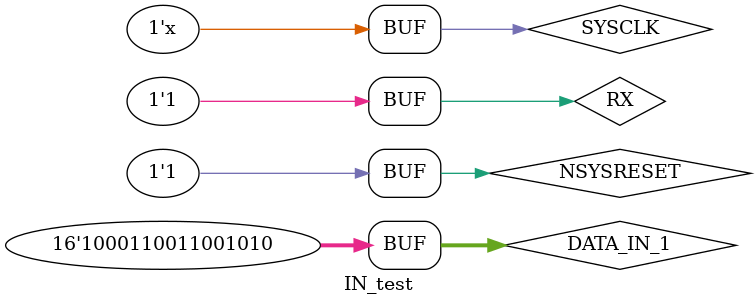
<source format=v>

`timescale 1ns/100ps

module IN_test;

parameter SYSCLK_PERIOD = 20;// 50MHZ

reg SYSCLK;
reg NSYSRESET;
reg RX;
reg [15:0]DATA_IN_1 = 16'h8CCA;
wire [7:0]Q,RX_data;
wire [23:0]OUT_DATA;
wire TX,GD,SCL,SDA,WEN;

initial
begin
    SYSCLK = 1'b0;
    NSYSRESET = 1'b0;
end

//////////////////////////////////////////////////////////////////////
// Reset Pulse
//////////////////////////////////////////////////////////////////////
initial
begin
    #(SYSCLK_PERIOD * 10 )
        NSYSRESET = 1'b1;
end


//////////////////////////////////////////////////////////////////////
// Clock Driver
//////////////////////////////////////////////////////////////////////
always @(SYSCLK)
    #(SYSCLK_PERIOD / 2.0) SYSCLK <= !SYSCLK;


initial
begin
    //data0 0x0B
        RX <= 1;
    #(SYSCLK_PERIOD * 5208 )
        RX <= 0;
    #(SYSCLK_PERIOD * 5208 )
        RX <= 1;
    #(SYSCLK_PERIOD * 5208 )
        RX <= 1;
    #(SYSCLK_PERIOD * 5208 )
        RX <= 0;
    #(SYSCLK_PERIOD * 5208 )
        RX <= 1;
    #(SYSCLK_PERIOD * 5208 )
        RX <= 0;
    #(SYSCLK_PERIOD * 5208 )
        RX <= 0;
    #(SYSCLK_PERIOD * 5208 )
        RX <= 0;
    #(SYSCLK_PERIOD * 5208 )
        RX <= 0;
    #(SYSCLK_PERIOD * 5208 )
        RX <= 1;

    //data1 0x8A
        RX <= 1;
    #(SYSCLK_PERIOD * 5208 )
        RX <= 0;
    #(SYSCLK_PERIOD * 5208 )
        RX <= 0;
    #(SYSCLK_PERIOD * 5208 )
        RX <= 1;
    #(SYSCLK_PERIOD * 5208 )
        RX <= 0;
    #(SYSCLK_PERIOD * 5208 )
        RX <= 1;
    #(SYSCLK_PERIOD * 5208 )
        RX <= 0;
    #(SYSCLK_PERIOD * 5208 )
        RX <= 0;
    #(SYSCLK_PERIOD * 5208 )
        RX <= 0;
    #(SYSCLK_PERIOD * 5208 )
        RX <= 1;
    #(SYSCLK_PERIOD * 5208 )
        RX <= 1;

    //data2 0x8C
        RX <= 1;
    #(SYSCLK_PERIOD * 5208 )
        RX <= 0;
    #(SYSCLK_PERIOD * 5208 )
        RX <= 0;
    #(SYSCLK_PERIOD * 5208 )
        RX <= 0;
    #(SYSCLK_PERIOD * 5208 )
        RX <= 1;
    #(SYSCLK_PERIOD * 5208 )
        RX <= 1;
    #(SYSCLK_PERIOD * 5208 )
        RX <= 0;
    #(SYSCLK_PERIOD * 5208 )
        RX <= 0;
    #(SYSCLK_PERIOD * 5208 )
        RX <= 0;
    #(SYSCLK_PERIOD * 5208 )
        RX <= 1;
    #(SYSCLK_PERIOD * 5208 )
        RX <= 1;

    //data3 0xCA
        RX <= 1;
    #(SYSCLK_PERIOD * 5208 )
        RX <= 0;
    #(SYSCLK_PERIOD * 5208 )
        RX <= 0;
    #(SYSCLK_PERIOD * 5208 )
        RX <= 1;
    #(SYSCLK_PERIOD * 5208 )
        RX <= 0;
    #(SYSCLK_PERIOD * 5208 )
        RX <= 1;
    #(SYSCLK_PERIOD * 5208 )
        RX <= 0;
    #(SYSCLK_PERIOD * 5208 )
        RX <= 0;
    #(SYSCLK_PERIOD * 5208 )
        RX <= 1;
    #(SYSCLK_PERIOD * 5208 )
        RX <= 1;
    #(SYSCLK_PERIOD * 5208 )
        RX <= 1;

end
//////////////////////////////////////////////////////////////////////
// Instantiate Unit Under Test:  Top_0
//////////////////////////////////////////////////////////////////////
Top_0 Top_0_0 (
    // Inputs
    .PRESETN(NSYSRESET),
    .PCLK(SYSCLK),
    .DATA_IN_1(DATA_IN_1),
    .RX(RX),

    // Outputs
    .OUT_DATA(OUT_DATA),
    .Q(Q),
    .TX(TX),
    .GD(GD),
    .WEN(WEN),
    .RX_data(RX_data),

    // Inouts
    .SCL(SCL),
    .SDA(SDA)

);

endmodule


</source>
